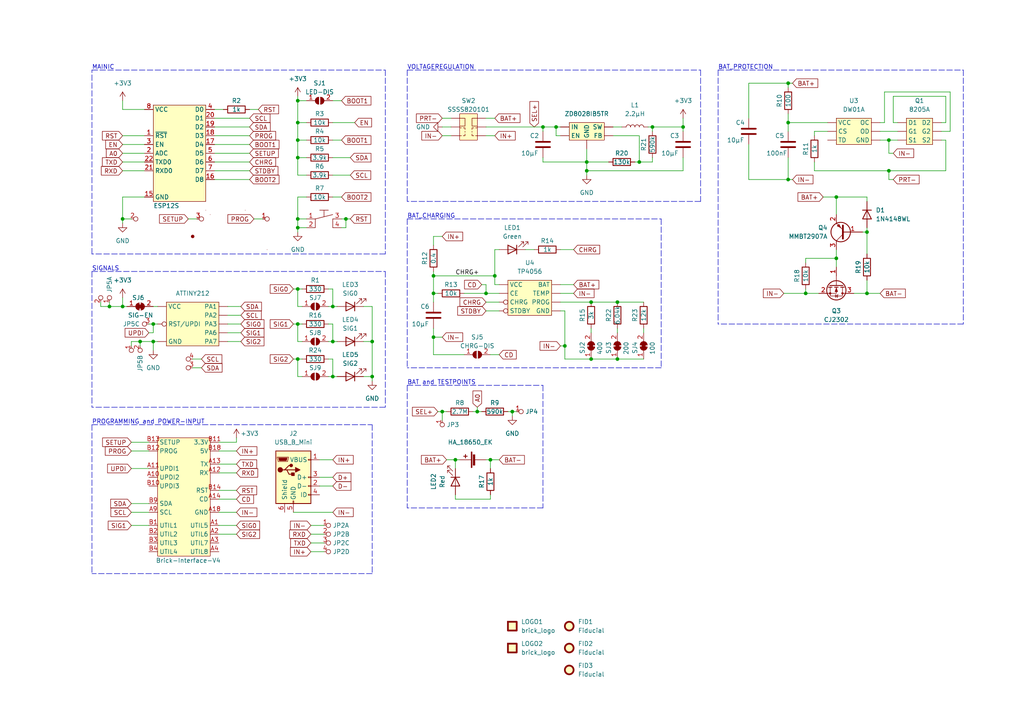
<source format=kicad_sch>
(kicad_sch (version 20211123) (generator eeschema)
  (paper "A4")
  (junction (at 125.73 85.09))
  (junction (at 161.29 36.83))
  (junction (at 100.33 63.5))
  (junction (at 40.64 99.06))
  (junction (at 86.36 45.72))
  (junction (at 86.36 63.5))
  (junction (at 86.36 66.04))
  (junction (at 198.12 36.83))
  (junction (at 242.57 57.15))
  (junction (at 44.45 99.06))
  (junction (at 86.36 104.14))
  (junction (at 228.6 35.56))
  (junction (at 228.6 52.07))
  (junction (at 138.43 119.38))
  (junction (at 142.24 133.35))
  (junction (at 86.36 29.21))
  (junction (at 96.52 88.9))
  (junction (at 86.36 40.64))
  (junction (at 31.75 88.9))
  (junction (at 35.56 63.5))
  (junction (at 86.36 35.56))
  (junction (at 107.95 109.22))
  (junction (at 257.81 49.53))
  (junction (at 125.73 80.01))
  (junction (at 157.48 36.83))
  (junction (at 228.6 24.13))
  (junction (at 170.18 49.53))
  (junction (at 171.45 87.63))
  (junction (at 171.45 104.14))
  (junction (at 251.46 85.09))
  (junction (at 189.23 36.83))
  (junction (at 132.08 133.35))
  (junction (at 233.68 85.09))
  (junction (at 107.95 99.06))
  (junction (at 96.52 109.22))
  (junction (at 44.45 93.98))
  (junction (at 242.57 74.93))
  (junction (at 179.07 87.63))
  (junction (at 170.18 46.99))
  (junction (at 148.59 119.38))
  (junction (at 125.73 97.79))
  (junction (at 251.46 67.31))
  (junction (at 163.83 100.33))
  (junction (at 179.07 104.14))
  (junction (at 35.56 88.9))
  (junction (at 257.81 40.64))
  (junction (at 140.97 85.09))
  (junction (at 128.27 119.38))
  (junction (at 86.36 93.98))
  (junction (at 185.42 46.99))
  (junction (at 96.52 99.06))
  (junction (at 143.51 80.01))
  (junction (at 86.36 83.82))
  (wire (pts (xy 170.18 49.53) (xy 198.12 49.53)))
  (wire (pts (xy 140.97 87.63) (xy 144.78 87.63)))
  (wire (pts (xy 35.56 63.5) (xy 38.1 63.5)))
  (wire (pts (xy 62.23 49.53) (xy 72.39 49.53)))
  (wire (pts (xy 35.56 64.77) (xy 35.56 63.5)))
  (wire (pts (xy 62.23 44.45) (xy 72.39 44.45)))
  (wire (pts (xy 85.09 148.59) (xy 96.52 148.59)))
  (wire (pts (xy 90.17 152.4) (xy 93.98 152.4)))
  (wire (pts (xy 233.68 85.09) (xy 237.49 85.09)))
  (wire (pts (xy 143.51 82.55) (xy 143.51 80.01)))
  (wire (pts (xy 35.56 86.36) (xy 35.56 88.9)))
  (wire (pts (xy 63.5 130.81) (xy 68.58 130.81)))
  (wire (pts (xy 62.23 31.75) (xy 64.77 31.75)))
  (wire (pts (xy 189.23 36.83) (xy 189.23 38.1)))
  (wire (pts (xy 96.52 29.21) (xy 99.06 29.21)))
  (wire (pts (xy 35.56 39.37) (xy 41.91 39.37)))
  (wire (pts (xy 157.48 36.83) (xy 157.48 38.1)))
  (wire (pts (xy 105.41 88.9) (xy 107.95 88.9)))
  (wire (pts (xy 184.15 46.99) (xy 185.42 46.99)))
  (wire (pts (xy 99.06 66.04) (xy 100.33 66.04)))
  (wire (pts (xy 256.54 26.67) (xy 275.59 26.67)))
  (wire (pts (xy 179.07 87.63) (xy 186.69 87.63)))
  (wire (pts (xy 170.18 43.18) (xy 170.18 46.99)))
  (polyline (pts (xy 111.76 73.66) (xy 26.67 73.66)))
  (wire (pts (xy 259.08 52.07) (xy 257.81 52.07)))
  (wire (pts (xy 86.36 29.21) (xy 88.9 29.21)))
  (wire (pts (xy 96.52 109.22) (xy 97.79 109.22)))
  (wire (pts (xy 35.56 29.21) (xy 35.56 31.75)))
  (wire (pts (xy 251.46 67.31) (xy 251.46 66.04)))
  (wire (pts (xy 63.5 137.16) (xy 68.58 137.16)))
  (wire (pts (xy 95.25 88.9) (xy 96.52 88.9)))
  (wire (pts (xy 198.12 38.1) (xy 198.12 36.83)))
  (wire (pts (xy 157.48 46.99) (xy 170.18 46.99)))
  (wire (pts (xy 87.63 109.22) (xy 86.36 109.22)))
  (wire (pts (xy 86.36 35.56) (xy 86.36 29.21)))
  (wire (pts (xy 88.9 35.56) (xy 86.36 35.56)))
  (wire (pts (xy 129.54 133.35) (xy 132.08 133.35)))
  (wire (pts (xy 179.07 104.14) (xy 186.69 104.14)))
  (wire (pts (xy 35.56 49.53) (xy 41.91 49.53)))
  (polyline (pts (xy 118.11 63.5) (xy 191.77 63.5)))
  (wire (pts (xy 72.39 31.75) (xy 74.93 31.75)))
  (wire (pts (xy 85.09 104.14) (xy 86.36 104.14)))
  (wire (pts (xy 163.83 104.14) (xy 171.45 104.14)))
  (wire (pts (xy 85.09 83.82) (xy 86.36 83.82)))
  (wire (pts (xy 107.95 99.06) (xy 107.95 109.22)))
  (wire (pts (xy 88.9 40.64) (xy 86.36 40.64)))
  (wire (pts (xy 125.73 102.87) (xy 125.73 97.79)))
  (wire (pts (xy 217.17 52.07) (xy 228.6 52.07)))
  (wire (pts (xy 88.9 50.8) (xy 86.36 50.8)))
  (wire (pts (xy 227.33 85.09) (xy 233.68 85.09)))
  (wire (pts (xy 62.23 52.07) (xy 72.39 52.07)))
  (wire (pts (xy 161.29 36.83) (xy 162.56 36.83)))
  (wire (pts (xy 236.22 38.1) (xy 236.22 39.37)))
  (wire (pts (xy 35.56 63.5) (xy 35.56 57.15)))
  (wire (pts (xy 29.21 87.63) (xy 29.21 88.9)))
  (wire (pts (xy 92.71 138.43) (xy 96.52 138.43)))
  (wire (pts (xy 96.52 35.56) (xy 102.87 35.56)))
  (wire (pts (xy 86.36 83.82) (xy 87.63 83.82)))
  (wire (pts (xy 162.56 90.17) (xy 163.83 90.17)))
  (wire (pts (xy 100.33 63.5) (xy 101.6 63.5)))
  (wire (pts (xy 125.73 95.25) (xy 125.73 97.79)))
  (wire (pts (xy 95.25 93.98) (xy 96.52 93.98)))
  (wire (pts (xy 255.27 40.64) (xy 257.81 40.64)))
  (wire (pts (xy 90.17 154.94) (xy 93.98 154.94)))
  (wire (pts (xy 163.83 100.33) (xy 163.83 104.14)))
  (wire (pts (xy 251.46 81.28) (xy 251.46 85.09)))
  (polyline (pts (xy 203.2 58.42) (xy 118.11 58.42)))
  (wire (pts (xy 170.18 49.53) (xy 170.18 50.8)))
  (wire (pts (xy 96.52 93.98) (xy 96.52 99.06)))
  (wire (pts (xy 92.71 133.35) (xy 96.52 133.35)))
  (wire (pts (xy 63.5 144.78) (xy 68.58 144.78)))
  (wire (pts (xy 127 119.38) (xy 128.27 119.38)))
  (wire (pts (xy 63.5 148.59) (xy 68.58 148.59)))
  (wire (pts (xy 233.68 74.93) (xy 242.57 74.93)))
  (polyline (pts (xy 208.28 20.32) (xy 208.28 93.98)))
  (wire (pts (xy 86.36 57.15) (xy 86.36 63.5)))
  (wire (pts (xy 41.91 31.75) (xy 35.56 31.75)))
  (wire (pts (xy 95.25 104.14) (xy 96.52 104.14)))
  (wire (pts (xy 162.56 87.63) (xy 171.45 87.63)))
  (polyline (pts (xy 208.28 20.32) (xy 279.4 20.32)))
  (wire (pts (xy 142.24 133.35) (xy 144.78 133.35)))
  (wire (pts (xy 138.43 119.38) (xy 139.7 119.38)))
  (wire (pts (xy 255.27 35.56) (xy 256.54 35.56)))
  (wire (pts (xy 96.52 57.15) (xy 99.06 57.15)))
  (polyline (pts (xy 111.76 78.74) (xy 111.76 118.11)))
  (wire (pts (xy 185.42 46.99) (xy 189.23 46.99)))
  (wire (pts (xy 86.36 50.8) (xy 86.36 45.72)))
  (wire (pts (xy 62.23 41.91) (xy 72.39 41.91)))
  (polyline (pts (xy 111.76 20.32) (xy 111.76 73.66)))
  (wire (pts (xy 35.56 46.99) (xy 41.91 46.99)))
  (wire (pts (xy 140.97 82.55) (xy 140.97 85.09)))
  (wire (pts (xy 144.78 72.39) (xy 143.51 72.39)))
  (wire (pts (xy 139.7 82.55) (xy 140.97 82.55)))
  (wire (pts (xy 86.36 40.64) (xy 86.36 35.56)))
  (wire (pts (xy 90.17 160.02) (xy 93.98 160.02)))
  (wire (pts (xy 251.46 58.42) (xy 251.46 57.15)))
  (wire (pts (xy 35.56 44.45) (xy 41.91 44.45)))
  (wire (pts (xy 38.1 152.4) (xy 43.18 152.4)))
  (polyline (pts (xy 26.67 20.32) (xy 111.76 20.32)))
  (wire (pts (xy 43.18 93.98) (xy 44.45 93.98)))
  (wire (pts (xy 140.97 36.83) (xy 157.48 36.83)))
  (wire (pts (xy 125.73 80.01) (xy 125.73 85.09)))
  (wire (pts (xy 233.68 83.82) (xy 233.68 85.09)))
  (wire (pts (xy 189.23 45.72) (xy 189.23 46.99)))
  (wire (pts (xy 148.59 119.38) (xy 148.59 120.65)))
  (wire (pts (xy 152.4 72.39) (xy 154.94 72.39)))
  (wire (pts (xy 143.51 72.39) (xy 143.51 80.01)))
  (wire (pts (xy 186.69 95.25) (xy 186.69 96.52)))
  (polyline (pts (xy 26.67 78.74) (xy 26.67 118.11)))
  (wire (pts (xy 44.45 101.6) (xy 44.45 99.06)))
  (wire (pts (xy 96.52 104.14) (xy 96.52 109.22)))
  (wire (pts (xy 229.87 24.13) (xy 228.6 24.13)))
  (wire (pts (xy 273.05 38.1) (xy 275.59 38.1)))
  (wire (pts (xy 54.61 63.5) (xy 57.15 63.5)))
  (wire (pts (xy 255.27 38.1) (xy 260.35 38.1)))
  (wire (pts (xy 62.23 39.37) (xy 72.39 39.37)))
  (wire (pts (xy 35.56 88.9) (xy 36.83 88.9)))
  (wire (pts (xy 260.35 35.56) (xy 259.08 35.56)))
  (wire (pts (xy 38.1 148.59) (xy 43.18 148.59)))
  (wire (pts (xy 177.8 39.37) (xy 185.42 39.37)))
  (wire (pts (xy 128.27 34.29) (xy 130.81 34.29)))
  (wire (pts (xy 128.27 36.83) (xy 130.81 36.83)))
  (wire (pts (xy 162.56 39.37) (xy 161.29 39.37)))
  (wire (pts (xy 62.23 34.29) (xy 72.39 34.29)))
  (wire (pts (xy 38.1 135.89) (xy 43.18 135.89)))
  (wire (pts (xy 90.17 157.48) (xy 93.98 157.48)))
  (wire (pts (xy 86.36 63.5) (xy 88.9 63.5)))
  (wire (pts (xy 171.45 95.25) (xy 171.45 96.52)))
  (wire (pts (xy 238.76 57.15) (xy 242.57 57.15)))
  (wire (pts (xy 147.32 119.38) (xy 148.59 119.38)))
  (wire (pts (xy 66.04 96.52) (xy 69.85 96.52)))
  (wire (pts (xy 62.23 46.99) (xy 72.39 46.99)))
  (wire (pts (xy 38.1 100.33) (xy 38.1 99.06)))
  (polyline (pts (xy 191.77 106.68) (xy 118.11 106.68)))
  (wire (pts (xy 96.52 83.82) (xy 96.52 88.9)))
  (wire (pts (xy 95.25 83.82) (xy 96.52 83.82)))
  (wire (pts (xy 242.57 57.15) (xy 251.46 57.15)))
  (wire (pts (xy 140.97 133.35) (xy 142.24 133.35)))
  (polyline (pts (xy 118.11 20.32) (xy 203.2 20.32)))
  (polyline (pts (xy 26.67 78.74) (xy 111.76 78.74)))
  (wire (pts (xy 86.36 66.04) (xy 88.9 66.04)))
  (wire (pts (xy 63.5 154.94) (xy 68.58 154.94)))
  (wire (pts (xy 85.09 93.98) (xy 86.36 93.98)))
  (wire (pts (xy 233.68 76.2) (xy 233.68 74.93)))
  (wire (pts (xy 125.73 78.74) (xy 125.73 80.01)))
  (wire (pts (xy 179.07 95.25) (xy 179.07 96.52)))
  (wire (pts (xy 259.08 27.94) (xy 274.32 27.94)))
  (wire (pts (xy 163.83 90.17) (xy 163.83 100.33)))
  (wire (pts (xy 228.6 52.07) (xy 229.87 52.07)))
  (wire (pts (xy 31.75 87.63) (xy 31.75 88.9)))
  (wire (pts (xy 274.32 49.53) (xy 257.81 49.53)))
  (wire (pts (xy 88.9 45.72) (xy 86.36 45.72)))
  (polyline (pts (xy 157.48 111.76) (xy 157.48 147.32)))
  (wire (pts (xy 274.32 40.64) (xy 274.32 49.53)))
  (wire (pts (xy 107.95 88.9) (xy 107.95 99.06)))
  (wire (pts (xy 96.52 45.72) (xy 101.6 45.72)))
  (wire (pts (xy 189.23 36.83) (xy 198.12 36.83)))
  (wire (pts (xy 29.21 88.9) (xy 31.75 88.9)))
  (wire (pts (xy 198.12 34.29) (xy 198.12 36.83)))
  (wire (pts (xy 259.08 35.56) (xy 259.08 27.94)))
  (wire (pts (xy 143.51 80.01) (xy 125.73 80.01)))
  (wire (pts (xy 44.45 93.98) (xy 45.72 93.98)))
  (wire (pts (xy 128.27 39.37) (xy 130.81 39.37)))
  (wire (pts (xy 242.57 74.93) (xy 242.57 77.47)))
  (wire (pts (xy 162.56 82.55) (xy 166.37 82.55)))
  (wire (pts (xy 162.56 100.33) (xy 163.83 100.33)))
  (wire (pts (xy 127 85.09) (xy 125.73 85.09)))
  (wire (pts (xy 44.45 99.06) (xy 45.72 99.06)))
  (wire (pts (xy 66.04 91.44) (xy 69.85 91.44)))
  (wire (pts (xy 63.5 134.62) (xy 68.58 134.62)))
  (wire (pts (xy 217.17 34.29) (xy 217.17 24.13)))
  (wire (pts (xy 162.56 85.09) (xy 166.37 85.09)))
  (wire (pts (xy 86.36 104.14) (xy 86.36 109.22)))
  (polyline (pts (xy 118.11 63.5) (xy 118.11 106.68)))
  (wire (pts (xy 257.81 40.64) (xy 257.81 44.45)))
  (wire (pts (xy 96.52 50.8) (xy 101.6 50.8)))
  (wire (pts (xy 228.6 45.72) (xy 228.6 52.07)))
  (wire (pts (xy 240.03 38.1) (xy 236.22 38.1)))
  (wire (pts (xy 140.97 34.29) (xy 143.51 34.29)))
  (wire (pts (xy 125.73 97.79) (xy 128.27 97.79)))
  (wire (pts (xy 88.9 57.15) (xy 86.36 57.15)))
  (wire (pts (xy 240.03 35.56) (xy 228.6 35.56)))
  (wire (pts (xy 142.24 102.87) (xy 144.78 102.87)))
  (wire (pts (xy 275.59 38.1) (xy 275.59 26.67)))
  (wire (pts (xy 228.6 35.56) (xy 228.6 38.1)))
  (wire (pts (xy 142.24 144.78) (xy 132.08 144.78)))
  (wire (pts (xy 107.95 109.22) (xy 107.95 110.49)))
  (wire (pts (xy 62.23 36.83) (xy 72.39 36.83)))
  (wire (pts (xy 242.57 57.15) (xy 242.57 62.23)))
  (wire (pts (xy 125.73 68.58) (xy 125.73 71.12)))
  (wire (pts (xy 86.36 29.21) (xy 86.36 27.94)))
  (wire (pts (xy 132.08 143.51) (xy 132.08 144.78)))
  (wire (pts (xy 128.27 68.58) (xy 125.73 68.58)))
  (wire (pts (xy 96.52 88.9) (xy 97.79 88.9)))
  (wire (pts (xy 100.33 63.5) (xy 100.33 66.04)))
  (wire (pts (xy 161.29 36.83) (xy 161.29 39.37)))
  (wire (pts (xy 68.58 127) (xy 68.58 128.27)))
  (wire (pts (xy 92.71 140.97) (xy 96.52 140.97)))
  (polyline (pts (xy 157.48 147.32) (xy 118.11 147.32)))
  (wire (pts (xy 63.5 152.4) (xy 68.58 152.4)))
  (wire (pts (xy 177.8 36.83) (xy 180.34 36.83)))
  (wire (pts (xy 38.1 99.06) (xy 40.64 99.06)))
  (wire (pts (xy 86.36 104.14) (xy 87.63 104.14)))
  (wire (pts (xy 125.73 85.09) (xy 125.73 87.63)))
  (wire (pts (xy 66.04 99.06) (xy 69.85 99.06)))
  (wire (pts (xy 217.17 24.13) (xy 228.6 24.13)))
  (wire (pts (xy 157.48 36.83) (xy 161.29 36.83)))
  (wire (pts (xy 144.78 82.55) (xy 143.51 82.55)))
  (polyline (pts (xy 118.11 111.76) (xy 157.48 111.76)))
  (wire (pts (xy 132.08 133.35) (xy 133.35 133.35)))
  (wire (pts (xy 148.59 119.38) (xy 149.86 119.38)))
  (wire (pts (xy 171.45 87.63) (xy 179.07 87.63)))
  (wire (pts (xy 140.97 90.17) (xy 144.78 90.17)))
  (wire (pts (xy 35.56 41.91) (xy 41.91 41.91)))
  (wire (pts (xy 55.88 104.14) (xy 58.42 104.14)))
  (wire (pts (xy 236.22 46.99) (xy 236.22 49.53)))
  (wire (pts (xy 99.06 63.5) (xy 100.33 63.5)))
  (wire (pts (xy 128.27 119.38) (xy 128.27 121.92)))
  (wire (pts (xy 63.5 142.24) (xy 68.58 142.24)))
  (polyline (pts (xy 279.4 93.98) (xy 208.28 93.98)))
  (wire (pts (xy 257.81 40.64) (xy 260.35 40.64)))
  (wire (pts (xy 44.45 88.9) (xy 45.72 88.9)))
  (wire (pts (xy 170.18 46.99) (xy 170.18 49.53)))
  (wire (pts (xy 86.36 45.72) (xy 86.36 40.64)))
  (wire (pts (xy 40.64 99.06) (xy 40.64 100.33)))
  (wire (pts (xy 242.57 72.39) (xy 242.57 74.93)))
  (wire (pts (xy 38.1 130.81) (xy 43.18 130.81)))
  (wire (pts (xy 251.46 85.09) (xy 255.27 85.09)))
  (wire (pts (xy 95.25 99.06) (xy 96.52 99.06)))
  (wire (pts (xy 273.05 40.64) (xy 274.32 40.64)))
  (wire (pts (xy 38.1 128.27) (xy 43.18 128.27)))
  (wire (pts (xy 198.12 45.72) (xy 198.12 49.53)))
  (wire (pts (xy 86.36 93.98) (xy 87.63 93.98)))
  (wire (pts (xy 86.36 63.5) (xy 86.36 66.04)))
  (wire (pts (xy 187.96 36.83) (xy 189.23 36.83)))
  (wire (pts (xy 228.6 35.56) (xy 228.6 33.02)))
  (wire (pts (xy 86.36 66.04) (xy 86.36 67.31)))
  (wire (pts (xy 55.88 106.68) (xy 58.42 106.68)))
  (polyline (pts (xy 26.67 73.66) (xy 26.67 20.32)))
  (wire (pts (xy 96.52 99.06) (xy 97.79 99.06)))
  (wire (pts (xy 38.1 146.05) (xy 43.18 146.05)))
  (wire (pts (xy 63.5 128.27) (xy 68.58 128.27)))
  (polyline (pts (xy 118.11 20.32) (xy 118.11 58.42)))
  (polyline (pts (xy 118.11 111.76) (xy 118.11 147.32)))
  (wire (pts (xy 256.54 26.67) (xy 256.54 35.56)))
  (wire (pts (xy 142.24 133.35) (xy 142.24 135.89)))
  (wire (pts (xy 86.36 93.98) (xy 86.36 99.06)))
  (wire (pts (xy 138.43 118.11) (xy 138.43 119.38)))
  (wire (pts (xy 31.75 88.9) (xy 35.56 88.9)))
  (polyline (pts (xy 107.95 123.19) (xy 107.95 166.37)))
  (wire (pts (xy 257.81 49.53) (xy 236.22 49.53)))
  (polyline (pts (xy 26.67 123.19) (xy 107.95 123.19)))
  (wire (pts (xy 217.17 41.91) (xy 217.17 52.07)))
  (wire (pts (xy 134.62 85.09) (xy 140.97 85.09)))
  (wire (pts (xy 185.42 39.37) (xy 185.42 46.99)))
  (wire (pts (xy 274.32 27.94) (xy 274.32 35.56)))
  (wire (pts (xy 162.56 72.39) (xy 166.37 72.39)))
  (wire (pts (xy 157.48 45.72) (xy 157.48 46.99)))
  (wire (pts (xy 228.6 24.13) (xy 228.6 25.4)))
  (wire (pts (xy 95.25 109.22) (xy 96.52 109.22)))
  (polyline (pts (xy 191.77 63.5) (xy 191.77 106.68)))
  (wire (pts (xy 251.46 67.31) (xy 251.46 73.66)))
  (wire (pts (xy 96.52 40.64) (xy 99.06 40.64)))
  (wire (pts (xy 87.63 99.06) (xy 86.36 99.06)))
  (wire (pts (xy 273.05 35.56) (xy 274.32 35.56)))
  (polyline (pts (xy 107.95 166.37) (xy 26.67 166.37)))
  (wire (pts (xy 35.56 57.15) (xy 41.91 57.15)))
  (wire (pts (xy 140.97 39.37) (xy 143.51 39.37)))
  (wire (pts (xy 105.41 109.22) (xy 107.95 109.22)))
  (wire (pts (xy 137.16 119.38) (xy 138.43 119.38)))
  (wire (pts (xy 43.18 96.52) (xy 44.45 96.52)))
  (wire (pts (xy 250.19 67.31) (xy 251.46 67.31)))
  (polyline (pts (xy 111.76 118.11) (xy 26.67 118.11)))
  (polyline (pts (xy 203.2 20.32) (xy 203.2 58.42)))
  (wire (pts (xy 128.27 119.38) (xy 129.54 119.38)))
  (wire (pts (xy 86.36 83.82) (xy 86.36 88.9)))
  (wire (pts (xy 132.08 133.35) (xy 132.08 135.89)))
  (wire (pts (xy 66.04 88.9) (xy 69.85 88.9)))
  (wire (pts (xy 125.73 102.87) (xy 134.62 102.87)))
  (wire (pts (xy 257.81 49.53) (xy 257.81 52.07)))
  (wire (pts (xy 66.04 93.98) (xy 69.85 93.98)))
  (wire (pts (xy 87.63 88.9) (xy 86.36 88.9)))
  (wire (pts (xy 259.08 44.45) (xy 257.81 44.45)))
  (polyline (pts (xy 26.67 123.19) (xy 26.67 166.37)))
  (wire (pts (xy 140.97 85.09) (xy 144.78 85.09)))
  (wire (pts (xy 171.45 104.14) (xy 179.07 104.14)))
  (wire (pts (xy 105.41 99.06) (xy 107.95 99.06)))
  (wire (pts (xy 73.66 63.5) (xy 76.2 63.5)))
  (wire (pts (xy 247.65 85.09) (xy 251.46 85.09)))
  (wire (pts (xy 44.45 93.98) (xy 44.45 96.52)))
  (wire (pts (xy 170.18 46.99) (xy 176.53 46.99)))
  (wire (pts (xy 40.64 99.06) (xy 44.45 99.06)))
  (wire (pts (xy 142.24 143.51) (xy 142.24 144.78)))
  (polyline (pts (xy 279.4 20.32) (xy 279.4 93.98)))
  (text "MAINIC" (at 26.67 20.32 0) (effects (font (size 1.27 1.27)) (justify left bottom)))
  (text "BAT_CHARGING" (at 118.11 63.5 0) (effects (font (size 1.27 1.27)) (justify left bottom)))
  (text "BAT and TESTPOINTS" (at 118.11 111.76 0) (effects (font (size 1.27 1.27)) (justify left bottom)))
  (text "SIGNALS" (at 26.67 78.74 0) (effects (font (size 1.27 1.27)) (justify left bottom)))
  (text "VOLTAGEREGULATION" (at 118.11 20.32 0) (effects (font (size 1.27 1.27)) (justify left bottom)))
  (text "BAT_PROTECTION" (at 208.28 20.32 0) (effects (font (size 1.27 1.27)) (justify left bottom)))
  (text "PROGRAMMING and POWER-INPUT" (at 26.67 123.19 0) (effects (font (size 1.27 1.27)) (justify left bottom)))
  (label "CHRG+" (at 132.08 80.01 0))
  (global_label "PROG" (shape input) (at 72.39 39.37 0) (property "Referenzen zwischen Schaltplänen" "${INTERSHEET_REFS}" (effects hide)))
  (global_label "SETUP" (shape input) (at 54.61 63.5 180) (property "Referenzen zwischen Schaltplänen" "${INTERSHEET_REFS}" (effects hide)))
  (global_label "SCL" (shape input) (at 58.42 104.14 0) (property "Referenzen zwischen Schaltplänen" "${INTERSHEET_REFS}" (effects hide)))
  (global_label "CD" (shape input) (at 144.78 102.87 0) (property "Referenzen zwischen Schaltplänen" "${INTERSHEET_REFS}" (effects hide)))
  (global_label "SETUP" (shape input) (at 72.39 44.45 0) (property "Referenzen zwischen Schaltplänen" "${INTERSHEET_REFS}" (effects hide)))
  (global_label "SIG0" (shape input) (at 69.85 93.98 0) (property "Referenzen zwischen Schaltplänen" "${INTERSHEET_REFS}" (effects hide)))
  (global_label "CHRG" (shape input) (at 140.97 87.63 180) (property "Referenzen zwischen Schaltplänen" "${INTERSHEET_REFS}" (effects hide)))
  (global_label "SIG1" (shape input) (at 69.85 96.52 0) (property "Referenzen zwischen Schaltplänen" "${INTERSHEET_REFS}" (effects hide)))
  (global_label "SDA" (shape input) (at 101.6 45.72 0) (property "Referenzen zwischen Schaltplänen" "${INTERSHEET_REFS}" (effects hide)))
  (global_label "PRT-" (shape input) (at 128.27 34.29 180) (property "Referenzen zwischen Schaltplänen" "${INTERSHEET_REFS}" (effects hide)))
  (global_label "D-" (shape input) (at 96.52 140.97 0) (property "Referenzen zwischen Schaltplänen" "${INTERSHEET_REFS}" (effects hide)))
  (global_label "STDBY" (shape input) (at 140.97 90.17 180) (property "Referenzen zwischen Schaltplänen" "${INTERSHEET_REFS}" (effects hide)))
  (global_label "IN-" (shape input) (at 227.33 85.09 180) (property "Referenzen zwischen Schaltplänen" "${INTERSHEET_REFS}" (effects hide)))
  (global_label "RST" (shape input) (at 35.56 39.37 180) (property "Referenzen zwischen Schaltplänen" "${INTERSHEET_REFS}" (effects hide)))
  (global_label "BAT+" (shape input) (at 143.51 34.29 0) (property "Referenzen zwischen Schaltplänen" "${INTERSHEET_REFS}" (effects hide)))
  (global_label "SCL" (shape input) (at 101.6 50.8 0) (property "Referenzen zwischen Schaltplänen" "${INTERSHEET_REFS}" (effects hide)))
  (global_label "SCL" (shape input) (at 72.39 34.29 0) (property "Referenzen zwischen Schaltplänen" "${INTERSHEET_REFS}" (effects hide)))
  (global_label "SDA" (shape input) (at 58.42 106.68 0) (property "Referenzen zwischen Schaltplänen" "${INTERSHEET_REFS}" (effects hide)))
  (global_label "CD" (shape input) (at 68.58 144.78 0) (property "Referenzen zwischen Schaltplänen" "${INTERSHEET_REFS}" (effects hide)))
  (global_label "BOOT1" (shape input) (at 99.06 29.21 0) (property "Referenzen zwischen Schaltplänen" "${INTERSHEET_REFS}" (effects hide)))
  (global_label "RST" (shape input) (at 74.93 31.75 0) (property "Referenzen zwischen Schaltplänen" "${INTERSHEET_REFS}" (effects hide)))
  (global_label "SDA" (shape input) (at 69.85 88.9 0) (property "Referenzen zwischen Schaltplänen" "${INTERSHEET_REFS}" (effects hide)))
  (global_label "SIG1" (shape input) (at 85.09 93.98 180) (property "Referenzen zwischen Schaltplänen" "${INTERSHEET_REFS}" (effects hide)))
  (global_label "BAT+" (shape input) (at 129.54 133.35 180) (property "Referenzen zwischen Schaltplänen" "${INTERSHEET_REFS}" (effects hide)))
  (global_label "D+" (shape input) (at 96.52 138.43 0) (property "Referenzen zwischen Schaltplänen" "${INTERSHEET_REFS}" (effects hide)))
  (global_label "IN+" (shape input) (at 128.27 68.58 0) (property "Referenzen zwischen Schaltplänen" "${INTERSHEET_REFS}" (effects hide)))
  (global_label "EN" (shape input) (at 102.87 35.56 0) (property "Referenzen zwischen Schaltplänen" "${INTERSHEET_REFS}" (effects hide)))
  (global_label "RST" (shape input) (at 101.6 63.5 0) (property "Referenzen zwischen Schaltplänen" "${INTERSHEET_REFS}" (effects hide)))
  (global_label "IN-" (shape input) (at 96.52 148.59 0) (property "Referenzen zwischen Schaltplänen" "${INTERSHEET_REFS}" (effects hide)))
  (global_label "SIG0" (shape input) (at 68.58 152.4 0) (property "Referenzen zwischen Schaltplänen" "${INTERSHEET_REFS}" (effects hide)))
  (global_label "A0" (shape input) (at 138.43 118.11 90) (property "Referenzen zwischen Schaltplänen" "${INTERSHEET_REFS}" (effects hide)))
  (global_label "TXD" (shape input) (at 35.56 46.99 180) (property "Referenzen zwischen Schaltplänen" "${INTERSHEET_REFS}" (effects hide)))
  (global_label "PROG" (shape input) (at 38.1 130.81 180) (property "Referenzen zwischen Schaltplänen" "${INTERSHEET_REFS}" (effects hide)))
  (global_label "BOOT2" (shape input) (at 72.39 52.07 0) (property "Referenzen zwischen Schaltplänen" "${INTERSHEET_REFS}" (effects hide)))
  (global_label "BOOT1" (shape input) (at 99.06 40.64 0) (property "Referenzen zwischen Schaltplänen" "${INTERSHEET_REFS}" (effects hide)))
  (global_label "IN-" (shape input) (at 162.56 100.33 180) (property "Referenzen zwischen Schaltplänen" "${INTERSHEET_REFS}" (effects hide)))
  (global_label "SEL+" (shape input) (at 154.94 36.83 90) (property "Referenzen zwischen Schaltplänen" "${INTERSHEET_REFS}" (effects hide)))
  (global_label "IN+" (shape input) (at 96.52 133.35 0) (property "Referenzen zwischen Schaltplänen" "${INTERSHEET_REFS}" (effects hide)))
  (global_label "TXD" (shape input) (at 68.58 134.62 0) (property "Referenzen zwischen Schaltplänen" "${INTERSHEET_REFS}" (effects hide)))
  (global_label "SIG1" (shape input) (at 38.1 152.4 180) (property "Referenzen zwischen Schaltplänen" "${INTERSHEET_REFS}" (effects hide)))
  (global_label "BAT+" (shape input) (at 238.76 57.15 180) (property "Referenzen zwischen Schaltplänen" "${INTERSHEET_REFS}" (effects hide)))
  (global_label "BAT-" (shape input) (at 255.27 85.09 0) (property "Referenzen zwischen Schaltplänen" "${INTERSHEET_REFS}" (effects hide)))
  (global_label "SEL+" (shape input) (at 127 119.38 180) (property "Referenzen zwischen Schaltplänen" "${INTERSHEET_REFS}" (effects hide)))
  (global_label "A0" (shape input) (at 35.56 44.45 180) (property "Referenzen zwischen Schaltplänen" "${INTERSHEET_REFS}" (effects hide)))
  (global_label "IN+" (shape input) (at 143.51 39.37 0) (property "Referenzen zwischen Schaltplänen" "${INTERSHEET_REFS}" (effects hide)))
  (global_label "RXD" (shape input) (at 35.56 49.53 180) (property "Referenzen zwischen Schaltplänen" "${INTERSHEET_REFS}" (effects hide)))
  (global_label "SIG0" (shape input) (at 85.09 83.82 180) (property "Referenzen zwischen Schaltplänen" "${INTERSHEET_REFS}" (effects hide)))
  (global_label "IN-" (shape input) (at 68.58 148.59 0) (property "Referenzen zwischen Schaltplänen" "${INTERSHEET_REFS}" (effects hide)))
  (global_label "BAT+" (shape input) (at 229.87 24.13 0) (property "Referenzen zwischen Schaltplänen" "${INTERSHEET_REFS}" (effects hide)))
  (global_label "IN-" (shape input) (at 90.17 152.4 180) (property "Referenzen zwischen Schaltplänen" "${INTERSHEET_REFS}" (effects hide)))
  (global_label "IN+" (shape input) (at 68.58 130.81 0) (property "Referenzen zwischen Schaltplänen" "${INTERSHEET_REFS}" (effects hide)))
  (global_label "IN-" (shape input) (at 229.87 52.07 0) (property "Referenzen zwischen Schaltplänen" "${INTERSHEET_REFS}" (effects hide)))
  (global_label "PROG" (shape input) (at 73.66 63.5 180) (property "Referenzen zwischen Schaltplänen" "${INTERSHEET_REFS}" (effects hide)))
  (global_label "RXD" (shape input) (at 68.58 137.16 0) (property "Referenzen zwischen Schaltplänen" "${INTERSHEET_REFS}" (effects hide)))
  (global_label "BAT-" (shape input) (at 144.78 133.35 0) (property "Referenzen zwischen Schaltplänen" "${INTERSHEET_REFS}" (effects hide)))
  (global_label "SETUP" (shape input) (at 38.1 128.27 180) (property "Referenzen zwischen Schaltplänen" "${INTERSHEET_REFS}" (effects hide)))
  (global_label "IN-" (shape input) (at 128.27 39.37 180) (property "Referenzen zwischen Schaltplänen" "${INTERSHEET_REFS}" (effects hide)))
  (global_label "IN-" (shape input) (at 166.37 85.09 0) (property "Referenzen zwischen Schaltplänen" "${INTERSHEET_REFS}" (effects hide)))
  (global_label "UPDI" (shape input) (at 38.1 135.89 180) (property "Referenzen zwischen Schaltplänen" "${INTERSHEET_REFS}" (effects hide)))
  (global_label "CHRG" (shape input) (at 166.37 72.39 0) (property "Referenzen zwischen Schaltplänen" "${INTERSHEET_REFS}" (effects hide)))
  (global_label "CHRG" (shape input) (at 72.39 46.99 0) (property "Referenzen zwischen Schaltplänen" "${INTERSHEET_REFS}" (effects hide)))
  (global_label "EN" (shape input) (at 35.56 41.91 180) (property "Referenzen zwischen Schaltplänen" "${INTERSHEET_REFS}" (effects hide)))
  (global_label "CD" (shape input) (at 139.7 82.55 180) (property "Referenzen zwischen Schaltplänen" "${INTERSHEET_REFS}" (effects hide)))
  (global_label "SDA" (shape input) (at 38.1 146.05 180) (property "Referenzen zwischen Schaltplänen" "${INTERSHEET_REFS}" (effects hide)))
  (global_label "BOOT1" (shape input) (at 72.39 41.91 0) (property "Referenzen zwischen Schaltplänen" "${INTERSHEET_REFS}" (effects hide)))
  (global_label "PRT-" (shape input) (at 259.08 52.07 0) (property "Referenzen zwischen Schaltplänen" "${INTERSHEET_REFS}" (effects hide)))
  (global_label "RST" (shape input) (at 68.58 142.24 0) (property "Referenzen zwischen Schaltplänen" "${INTERSHEET_REFS}" (effects hide)))
  (global_label "IN+" (shape input) (at 90.17 160.02 180) (property "Referenzen zwischen Schaltplänen" "${INTERSHEET_REFS}" (effects hide)))
  (global_label "UPDI" (shape input) (at 43.18 96.52 180) (property "Referenzen zwischen Schaltplänen" "${INTERSHEET_REFS}" (effects hide)))
  (global_label "SCL" (shape input) (at 69.85 91.44 0) (property "Referenzen zwischen Schaltplänen" "${INTERSHEET_REFS}" (effects hide)))
  (global_label "IN-" (shape input) (at 128.27 97.79 0) (property "Referenzen zwischen Schaltplänen" "${INTERSHEET_REFS}" (effects hide)))
  (global_label "IN-" (shape input) (at 259.08 44.45 0) (property "Referenzen zwischen Schaltplänen" "${INTERSHEET_REFS}" (effects hide)))
  (global_label "RXD" (shape input) (at 90.17 154.94 180) (property "Referenzen zwischen Schaltplänen" "${INTERSHEET_REFS}" (effects hide)))
  (global_label "SIG2" (shape input) (at 85.09 104.14 180) (property "Referenzen zwischen Schaltplänen" "${INTERSHEET_REFS}" (effects hide)))
  (global_label "SIG2" (shape input) (at 69.85 99.06 0) (property "Referenzen zwischen Schaltplänen" "${INTERSHEET_REFS}" (effects hide)))
  (global_label "BAT+" (shape input) (at 166.37 82.55 0) (property "Referenzen zwischen Schaltplänen" "${INTERSHEET_REFS}" (effects hide)))
  (global_label "TXD" (shape input) (at 90.17 157.48 180) (property "Referenzen zwischen Schaltplänen" "${INTERSHEET_REFS}" (effects hide)))
  (global_label "SIG2" (shape input) (at 68.58 154.94 0) (property "Referenzen zwischen Schaltplänen" "${INTERSHEET_REFS}" (effects hide)))
  (global_label "STDBY" (shape input) (at 72.39 49.53 0) (property "Referenzen zwischen Schaltplänen" "${INTERSHEET_REFS}" (effects hide)))
  (global_label "SDA" (shape input) (at 72.39 36.83 0) (property "Referenzen zwischen Schaltplänen" "${INTERSHEET_REFS}" (effects hide)))
  (global_label "BOOT2" (shape input) (at 99.06 57.15 0) (property "Referenzen zwischen Schaltplänen" "${INTERSHEET_REFS}" (effects hide)))
  (global_label "SCL" (shape input) (at 38.1 148.59 180) (property "Referenzen zwischen Schaltplänen" "${INTERSHEET_REFS}" (effects hide)))
  (symbol (lib_id "Device:R") (at 125.73 74.93 180) (unit 1)
    (property "Reference" "R12" (at 123.19 74.93 90))
    (property "Value" "0.4" (at 125.73 74.93 90))
    (property "Footprint" "no_common:R_0805_2012Metric" (effects hide))
    (property "Storage" "MAG1" (effects hide))
  )
  (symbol (lib_id "Jumper:SolderJumper_2_Bridged") (at 179.07 100.33 90) (unit 1)
    (property "Reference" "SJ3" (at 176.53 99.06 0) (effects (justify right)))
    (property "Value" "200" (at 181.61 99.06 0) (effects (justify right)))
    (property "Footprint" "Jumper:SolderJumper-2_P1.3mm_Bridged_RoundedPad1.0x1.5mm" (effects hide))
    (property "Reference" "SJ3" (effects hide))
    (property "Value" "200" (effects hide))
    (property "DNP" "true" (effects hide))
  )
  (symbol (lib_id "no_pinhd:PINHD_1X01") (at 128.27 123.19 270) (unit 1)
    (property "Reference" "JP3" (at 129.54 123.1899 90) (effects (justify left)))
    (property "Value" "PINHD_1X01" (effects hide))
    (property "Footprint" "no_pinhd:PINHD_1X01_2.54_1mm_Square" (effects hide))
    (property "Desc" "TPB+" (effects hide))
    (property "Reference" "JP3" (effects hide))
    (property "Value" "PINHD_1X01" (effects hide))
    (property "DNP" "true" (effects hide))
  )
  (symbol (lib_id "Device:R") (at 92.71 35.56 90) (unit 1)
    (property "Reference" "R3" (at 92.71 33.02 90))
    (property "Value" "10k" (at 92.71 35.56 90))
    (property "Footprint" "no_common:R_0805_2012Metric" (effects hide))
    (property "Storage" "MAG2" (effects hide))
  )
  (symbol (lib_id "power:+3V3") (at 35.56 29.21 0) (unit 1)
    (property "Reference" "#PWR04" (effects hide))
    (property "Value" "+3V3" (at 35.56 24.13 0))
  )
  (symbol (lib_id "Jumper:SolderJumper_2_Open") (at 92.71 29.21 0) (unit 1)
    (property "Reference" "SJ1" (at 92.71 24.13 0))
    (property "Value" "LED-DIS" (at 92.71 26.67 0))
    (property "Footprint" "Jumper:SolderJumper-2_P1.3mm_Open_RoundedPad1.0x1.5mm" (effects hide))
    (property "Reference" "SJ1" (effects hide))
    (property "Value" "LED-DIS" (effects hide))
    (property "DNP" "true" (effects hide))
  )
  (symbol (lib_id "power:GND") (at 44.45 101.6 0) (unit 1)
    (property "Reference" "#PWR09" (effects hide))
    (property "Value" "GND" (at 44.45 106.68 0))
  )
  (symbol (lib_id "no_pinhd:PINHD_1X04") (at 95.25 160.02 0) (unit 4)
    (property "Reference" "JP2" (at 96.52 160.0199 0) (effects (justify left)))
    (property "Value" "PINHD_1X04" (effects hide))
    (property "Footprint" "no_pinhd:PINHD_1X04_2.54_1mm_Round" (effects hide))
    (property "Desc" "UART" (effects hide))
    (property "Reference" "JP2" (effects hide))
    (property "Value" "PINHD_1X04" (effects hide))
    (property "DNP" "true" (effects hide))
  )
  (symbol (lib_id "Device:R") (at 92.71 45.72 90) (unit 1)
    (property "Reference" "R5" (at 92.71 43.18 90))
    (property "Value" "3.9k" (at 92.71 45.72 90))
    (property "Footprint" "no_common:R_0805_2012Metric" (effects hide))
    (property "Storage" "MAG1" (effects hide))
  )
  (symbol (lib_id "no_common:8205A") (at 266.7 38.1 0) (unit 1)
    (property "Reference" "Q1" (at 266.7 29.21 0))
    (property "Value" "8205A" (at 266.7 31.75 0))
    (property "Footprint" "no_common:TSSOP8_MS" (effects hide))
    (property "Storage" "MAG5" (effects hide))
    (property "StorageDesc" "8205A" (effects hide))
  )
  (symbol (lib_id "power:+3V3") (at 35.56 86.36 0) (unit 1)
    (property "Reference" "#PWR08" (effects hide))
    (property "Value" "+3V3" (at 35.56 81.28 0))
  )
  (symbol (lib_id "no_expressif:ESP12S") (at 52.07 44.45 0) (unit 1)
    (property "Reference" "IC1" (at 45.72 29.21 0))
    (property "Value" "ESP12S" (at 48.26 59.69 0))
    (property "Footprint" "no_expressif:ESP12S" (effects hide))
    (property "Reference" "IC1" (effects hide))
    (property "Value" "ESP12S" (effects hide))
    (property "Storage" "SK1 3x5" (effects hide))
    (property "StorageDesc" "ESP12-F" (effects hide))
  )
  (symbol (lib_id "Jumper:SolderJumper_2_Bridged") (at 186.69 100.33 90) (unit 1)
    (property "Reference" "SJ4" (at 184.15 99.06 0) (effects (justify right)))
    (property "Value" "100" (at 189.23 99.06 0) (effects (justify right)))
    (property "Footprint" "Jumper:SolderJumper-2_P1.3mm_Bridged_RoundedPad1.0x1.5mm" (effects hide))
    (property "Reference" "SJ4" (effects hide))
    (property "Value" "100" (effects hide))
    (property "DNP" "true" (effects hide))
  )
  (symbol (lib_id "no_brick_interface:Brick-Interface-V4") (at 53.34 144.78 0) (unit 1)
    (property "Reference" "J1" (at 46.99 125.73 0))
    (property "Value" "Brick-Interface-V4" (at 54.61 162.56 0))
    (property "Footprint" "no_brick_interface:Brick_Interface_V4_inset" (effects hide))
    (property "Reference" "J1" (effects hide))
    (property "Value" "Brick-Interface-V4" (effects hide))
    (property "DNP" "true" (effects hide))
  )
  (symbol (lib_id "power:+3V3") (at 198.12 34.29 0) (unit 1)
    (property "Reference" "#PWR0105" (effects hide))
    (property "Value" "+3V3" (at 198.12 29.21 0))
  )
  (symbol (lib_id "Connector:USB_B_Mini") (at 85.09 138.43 0) (unit 1)
    (property "Reference" "J2" (at 85.09 125.73 0))
    (property "Value" "USB_B_Mini" (at 85.09 128.27 0))
    (property "Footprint" "Connector_USB:USB_Micro-B_Amphenol_10118194_Horizontal" (effects hide))
    (property "Storage" "SK2 1x3" (effects hide))
    (property "StorageDesc" "MicroUSB TypeB" (effects hide))
  )
  (symbol (lib_id "Device:R") (at 130.81 85.09 90) (unit 1)
    (property "Reference" "R13" (at 130.81 82.55 90))
    (property "Value" "10k" (at 130.81 85.09 90))
    (property "Footprint" "no_common:R_0805_2012Metric" (effects hide))
    (property "Storage" "MAG2" (effects hide))
  )
  (symbol (lib_id "Mechanical:Fiducial") (at 165.1 181.61 0) (unit 1)
    (property "Reference" "FID1" (at 167.64 180.3399 0) (effects (justify left)))
    (property "Value" "Fiducial" (at 167.64 182.8799 0) (effects (justify left)))
    (property "Footprint" "Fiducial:Fiducial_1mm_Mask2mm" (effects hide))
    (property "DNP" "true" (effects hide))
  )
  (symbol (lib_id "Jumper:SolderJumper_2_Open") (at 91.44 88.9 0) (unit 1)
    (property "Reference" "SJ7" (at 91.44 86.36 0))
    (property "Value" "RDIS-SIG0" (effects hide))
    (property "Footprint" "Jumper:SolderJumper-2_P1.3mm_Open_RoundedPad1.0x1.5mm" (effects hide))
    (property "DNP" "true" (effects hide))
  )
  (symbol (lib_id "Jumper:SolderJumper_2_Bridged") (at 40.64 88.9 0) (unit 1)
    (property "Reference" "SJ6" (at 41.91 86.36 0) (effects (justify right)))
    (property "Value" "SIG-EN" (at 44.45 91.44 0) (effects (justify right)))
    (property "Footprint" "Jumper:SolderJumper-2_P1.3mm_Bridged_RoundedPad1.0x1.5mm" (effects hide))
    (property "DNP" "true" (effects hide))
  )
  (symbol (lib_id "power:GND") (at 170.18 50.8 0) (unit 1)
    (property "Reference" "#PWR0104" (effects hide))
    (property "Value" "GND" (at 170.18 55.88 0))
  )
  (symbol (lib_id "Device:LED") (at 101.6 99.06 180) (unit 1)
    (property "Reference" "LED4" (at 101.6 92.71 0))
    (property "Value" "SIG1" (at 101.6 95.25 0))
    (property "Footprint" "LED_THT:LED_D5.0mm" (effects hide))
    (property "DNP" "true" (effects hide))
  )
  (symbol (lib_id "Device:R") (at 236.22 43.18 180) (unit 1)
    (property "Reference" "R11" (at 233.68 43.18 90))
    (property "Value" "1k" (at 236.22 43.18 90))
    (property "Footprint" "no_common:R_0805_2012Metric" (effects hide))
    (property "Storage" "MAG1" (effects hide))
  )
  (symbol (lib_id "no_common:HA_18650_EK") (at 138.43 133.35 90) (unit 1)
    (property "Reference" "BT1" (at 136.398 125.73 90))
    (property "Value" "HA_18650_EK" (at 136.398 128.27 90))
    (property "Footprint" "no_common:HA_18650_EK" (effects hide))
    (property "Reference" "BT1" (effects hide))
    (property "Value" "HA_18650_EK" (effects hide))
    (property "Storage" "SK2 1x2" (effects hide))
    (property "StorageDesc" "HA 18650 EK" (effects hide))
  )
  (symbol (lib_id "no_pinhd:PINHD_1X04") (at 54.61 106.68 180) (unit 3)
    (property "Reference" "JP6" (at 50.8 106.68 0))
    (property "Value" "PINHD_1X04" (effects hide))
    (property "Footprint" "no_pinhd:PINHD_1X04_2.54_1mm_Round" (effects hide))
    (property "Reference" "JP6" (effects hide))
    (property "Value" "PINHD_1X04" (effects hide))
    (property "Desc" "RHT-ALT" (effects hide))
    (property "DNP" "true" (effects hide))
  )
  (symbol (lib_id "no_pinhd:PINHD_1X03") (at 41.91 93.98 180) (unit 3)
    (property "Reference" "JP5" (at 38.1 93.98 0))
    (property "Value" "PINHD_1X03" (effects hide))
    (property "Footprint" "no_pinhd:PINHD_1X03_2.54_1mm_Round" (effects hide))
    (property "Desc" "UPDI1" (effects hide))
    (property "Reference" "JP5" (effects hide))
    (property "Value" "PINHD_1X03" (effects hide))
    (property "DNP" "true" (effects hide))
  )
  (symbol (lib_id "Device:C") (at 198.12 41.91 0) (unit 1)
    (property "Reference" "C3" (at 194.31 39.37 0) (effects (justify left)))
    (property "Value" "10µF" (at 191.77 44.45 0) (effects (justify left)))
    (property "Footprint" "no_common:C_0805_2012Metric" (effects hide))
    (property "Reference" "C3" (effects hide))
    (property "Value" "10µF" (effects hide))
    (property "Storage" "MAG4" (effects hide))
  )
  (symbol (lib_id "no_brick_logo:brick_logo") (at 148.59 187.96 0) (unit 1)
    (property "Reference" "LOGO2" (at 151.13 186.6899 0) (effects (justify left)))
    (property "Value" "brick_logo" (at 151.13 189.2299 0) (effects (justify left)))
    (property "Footprint" "no_brick_logo:x17mm" (effects hide))
    (property "DNP" "true" (effects hide))
  )
  (symbol (lib_id "Device:C") (at 125.73 91.44 0) (unit 1)
    (property "Reference" "C6" (at 121.92 88.9 0) (effects (justify left)))
    (property "Value" "10µF" (at 119.38 93.98 0) (effects (justify left)))
    (property "Footprint" "no_common:C_0805_2012Metric" (effects hide))
    (property "Reference" "C6" (effects hide))
    (property "Value" "10µF" (effects hide))
    (property "Storage" "MAG4" (effects hide))
  )
  (symbol (lib_id "Device:R") (at 142.24 139.7 180) (unit 1)
    (property "Reference" "R17" (at 139.7 139.7 90))
    (property "Value" "1k" (at 142.24 139.7 90))
    (property "Footprint" "no_common:R_0805_2012Metric" (effects hide))
    (property "Storage" "MAG1" (effects hide))
  )
  (symbol (lib_id "power:GND") (at 148.59 120.65 0) (unit 1)
    (property "Reference" "#PWR03" (effects hide))
    (property "Value" "GND" (at 148.59 125.73 0))
  )
  (symbol (lib_id "Device:R") (at 179.07 91.44 180) (unit 1)
    (property "Reference" "R22" (at 176.53 91.44 90))
    (property "Value" "6,04k" (at 179.07 91.44 90))
    (property "Footprint" "no_common:R_0805_2012Metric" (effects hide))
    (property "Storage" "MAG2" (effects hide))
  )
  (symbol (lib_id "Device:R") (at 92.71 57.15 90) (unit 1)
    (property "Reference" "R7" (at 92.71 54.61 90))
    (property "Value" "10k" (at 92.71 57.15 90))
    (property "Footprint" "no_common:R_0805_2012Metric" (effects hide))
    (property "Storage" "MAG2" (effects hide))
  )
  (symbol (lib_id "Device:R") (at 143.51 119.38 90) (unit 1)
    (property "Reference" "R9" (at 143.51 116.84 90))
    (property "Value" "590k" (at 143.51 119.38 90))
    (property "Footprint" "no_common:R_0805_2012Metric" (effects hide))
    (property "Storage" "MAG2" (effects hide))
  )
  (symbol (lib_id "Device:LED") (at 101.6 109.22 180) (unit 1)
    (property "Reference" "LED5" (at 101.6 102.87 0))
    (property "Value" "SIG2" (at 101.6 105.41 0))
    (property "Footprint" "LED_THT:LED_D5.0mm" (effects hide))
    (property "DNP" "true" (effects hide))
  )
  (symbol (lib_id "Jumper:SolderJumper_2_Bridged") (at 171.45 100.33 90) (unit 1)
    (property "Reference" "SJ2" (at 168.91 99.06 0) (effects (justify right)))
    (property "Value" "400" (at 173.99 99.06 0) (effects (justify right)))
    (property "Footprint" "Jumper:SolderJumper-2_P1.3mm_Bridged_RoundedPad1.0x1.5mm" (effects hide))
    (property "Reference" "SJ2" (effects hide))
    (property "Value" "400" (effects hide))
    (property "DNP" "true" (effects hide))
  )
  (symbol (lib_id "no_common:ZD8028IB5TR") (at 170.18 39.37 0) (unit 1)
    (property "Reference" "U1" (at 170.18 30.48 0))
    (property "Value" "ZD8028IB5TR" (at 170.18 33.02 0))
    (property "Footprint" "no_common:SOT23-5" (effects hide))
    (property "Reference" "U1" (effects hide))
    (property "Value" "ZD8028IB5TR" (effects hide))
    (property "Storage" "MAG3" (effects hide))
    (property "StorageDesc" "LDO ZD8028IB5TR" (effects hide))
  )
  (symbol (lib_id "power:GND") (at 86.36 67.31 0) (unit 1)
    (property "Reference" "#PWR07" (effects hide))
    (property "Value" "GND" (at 86.36 72.39 0))
  )
  (symbol (lib_id "Device:R") (at 189.23 41.91 180) (unit 1)
    (property "Reference" "R21" (at 186.69 41.91 90))
    (property "Value" "590k" (at 189.23 41.91 90))
    (property "Footprint" "no_common:R_0805_2012Metric" (effects hide))
    (property "Storage" "MAG2" (effects hide))
  )
  (symbol (lib_id "power:GND") (at 128.27 36.83 270) (unit 1)
    (property "Reference" "#PWR0103" (effects hide))
    (property "Value" "GND" (at 120.65 36.83 90) (effects (justify left)))
  )
  (symbol (lib_id "Jumper:SolderJumper_2_Open") (at 138.43 102.87 0) (unit 1)
    (property "Reference" "SJ5" (at 138.43 97.79 0))
    (property "Value" "CHRG-DIS" (at 138.43 100.33 0))
    (property "Footprint" "Jumper:SolderJumper-2_P1.3mm_Open_RoundedPad1.0x1.5mm" (effects hide))
    (property "Reference" "SJ5" (effects hide))
    (property "Value" "CHRG-DIS" (effects hide))
    (property "DNP" "true" (effects hide))
  )
  (symbol (lib_id "no_pinhd:PINHD_1X04") (at 95.25 152.4 0) (unit 1)
    (property "Reference" "JP2" (at 96.52 152.3999 0) (effects (justify left)))
    (property "Value" "PINHD_1X04" (effects hide))
    (property "Footprint" "no_pinhd:PINHD_1X04_2.54_1mm_Round" (effects hide))
    (property "Desc" "UART" (effects hide))
    (property "Reference" "JP2" (effects hide))
    (property "Value" "PINHD_1X04" (effects hide))
    (property "DNP" "true" (effects hide))
  )
  (symbol (lib_id "Jumper:SolderJumper_2_Open") (at 91.44 109.22 0) (unit 1)
    (property "Reference" "SJ9" (at 91.44 106.68 0))
    (property "Value" "RDIS-SIG2" (effects hide))
    (property "Footprint" "Jumper:SolderJumper-2_P1.3mm_Open_RoundedPad1.0x1.5mm" (effects hide))
    (property "DNP" "true" (effects hide))
  )
  (symbol (lib_id "no_pinhd:PINHD_1X03") (at 39.37 63.5 0) (unit 2)
    (property "Reference" "JP1" (at 40.64 63.4999 0) (effects (justify left)))
    (property "Value" "PINHD_1X03" (effects hide))
    (property "Footprint" "no_pinhd:PINHD_1X03_2.54_1mm_Round" (effects hide))
    (property "Reference" "JP1" (effects hide))
    (property "Value" "PINHD_1X03" (effects hide))
    (property "Desc" "PS" (effects hide))
    (property "DNP" "true" (effects hide))
  )
  (symbol (lib_id "no_pinhd:PINHD_1X03") (at 77.47 63.5 0) (unit 1)
    (property "Reference" "JP1" (at 78.74 63.4999 0) (effects (justify left)))
    (property "Value" "PINHD_1X03" (effects hide))
    (property "Footprint" "no_pinhd:PINHD_1X03_2.54_1mm_Round" (effects hide))
    (property "Reference" "JP1" (effects hide))
    (property "Value" "PINHD_1X03" (effects hide))
    (property "Desc" "PS" (effects hide))
    (property "DNP" "true" (effects hide))
  )
  (symbol (lib_id "no_pinhd:PINHD_1X04") (at 95.25 157.48 0) (unit 3)
    (property "Reference" "JP2" (at 96.52 157.4799 0) (effects (justify left)))
    (property "Value" "PINHD_1X04" (effects hide))
    (property "Footprint" "no_pinhd:PINHD_1X04_2.54_1mm_Round" (effects hide))
    (property "Desc" "UART" (effects hide))
    (property "Reference" "JP2" (effects hide))
    (property "Value" "PINHD_1X04" (effects hide))
    (property "DNP" "true" (effects hide))
  )
  (symbol (lib_id "Device:R") (at 133.35 119.38 90) (unit 1)
    (property "Reference" "R8" (at 133.35 116.84 90))
    (property "Value" "2.7M" (at 133.35 119.38 90))
    (property "Footprint" "no_common:R_0805_2012Metric" (effects hide))
    (property "Storage" "MAG2" (effects hide))
  )
  (symbol (lib_id "Device:R") (at 158.75 72.39 90) (unit 1)
    (property "Reference" "R14" (at 158.75 69.85 90))
    (property "Value" "1k" (at 158.75 72.39 90))
    (property "Footprint" "no_common:R_0805_2012Metric" (effects hide))
    (property "Storage" "MAG1" (effects hide))
  )
  (symbol (lib_id "power:+3V3") (at 86.36 27.94 0) (unit 1)
    (property "Reference" "#PWR06" (effects hide))
    (property "Value" "+3V3" (at 86.36 22.86 0))
  )
  (symbol (lib_id "no_pinhd:PINHD_1X04") (at 38.1 101.6 270) (unit 1)
    (property "Reference" "JP6" (at 38.1 102.87 0) (effects (justify left)))
    (property "Value" "PINHD_1X04" (effects hide))
    (property "Footprint" "no_pinhd:PINHD_1X04_2.54_1mm_Round" (effects hide))
    (property "Reference" "JP6" (effects hide))
    (property "Value" "PINHD_1X04" (effects hide))
    (property "Desc" "RHT-ALT" (effects hide))
    (property "DNP" "true" (effects hide))
  )
  (symbol (lib_id "power:+3V3") (at 68.58 127 0) (unit 1)
    (property "Reference" "#PWR0106" (effects hide))
    (property "Value" "+3V3" (at 72.39 125.73 0))
  )
  (symbol (lib_id "Device:R") (at 228.6 29.21 180) (unit 1)
    (property "Reference" "R10" (at 226.06 29.21 90))
    (property "Value" "100" (at 228.6 29.21 90))
    (property "Footprint" "no_common:R_0805_2012Metric" (effects hide))
    (property "Storage" "MAG1" (effects hide))
  )
  (symbol (lib_id "Device:R") (at 233.68 80.01 180) (unit 1)
    (property "Reference" "R18" (at 231.14 80.01 90))
    (property "Value" "10k" (at 233.68 80.01 90))
    (property "Footprint" "no_common:R_0805_2012Metric" (effects hide))
    (property "Storage" "MAG2" (effects hide))
  )
  (symbol (lib_id "no_pinhd:PINHD_1X04") (at 95.25 154.94 0) (unit 2)
    (property "Reference" "JP2" (at 96.52 154.9399 0) (effects (justify left)))
    (property "Value" "PINHD_1X04" (effects hide))
    (property "Footprint" "no_pinhd:PINHD_1X04_2.54_1mm_Round" (effects hide))
    (property "Desc" "UART" (effects hide))
    (property "Reference" "JP2" (effects hide))
    (property "Value" "PINHD_1X04" (effects hide))
    (property "DNP" "true" (effects hide))
  )
  (symbol (lib_id "no_common:TP4056") (at 153.67 86.36 0) (unit 1)
    (property "Reference" "U4" (at 153.67 76.2 0))
    (property "Value" "TP4056" (at 153.67 78.74 0))
    (property "Footprint" "no_common:SOIC8_TP" (effects hide))
    (property "Storage" "MAG5" (effects hide))
    (property "StorageDesc" "TP4056" (effects hide))
  )
  (symbol (lib_id "Mechanical:Fiducial") (at 165.1 194.31 0) (unit 1)
    (property "Reference" "FID3" (at 167.64 193.0399 0) (effects (justify left)))
    (property "Value" "Fiducial" (at 167.64 195.5799 0) (effects (justify left)))
    (property "Footprint" "Fiducial:Fiducial_1mm_Mask2mm" (effects hide))
    (property "DNP" "true" (effects hide))
  )
  (symbol (lib_id "Device:R") (at 91.44 83.82 90) (unit 1)
    (property "Reference" "R1" (at 91.44 81.28 90))
    (property "Value" "330" (at 91.44 83.82 90))
    (property "Footprint" "no_common:R_0603_1608Metric" (effects hide))
    (property "Storage" "MAG1" (effects hide))
    (property "StorageDesc" "0603" (effects hide))
  )
  (symbol (lib_id "no_common:KMR_231_G_LFS") (at 93.98 63.5 0) (unit 1)
    (property "Reference" "SW1" (at 93.98 64.77 0))
    (property "Value" "KMR_231_G_LFS" (effects hide))
    (property "Footprint" "no_common:KMR_231_G_LFS" (effects hide))
    (property "Reference" "SW1" (effects hide))
    (property "Value" "KMR_231_G_LFS" (effects hide))
    (property "Storage" "SK1 2x2" (effects hide))
    (property "StorageDesc" "KMR 231 G LFS" (effects hide))
  )
  (symbol (lib_id "no_pinhd:PINHD_1X03") (at 31.75 86.36 90) (unit 1)
    (property "Reference" "JP5" (at 31.75 82.55 0))
    (property "Value" "PINHD_1X03" (effects hide))
    (property "Footprint" "no_pinhd:PINHD_1X03_2.54_1mm_Round" (effects hide))
    (property "Desc" "UPDI1" (effects hide))
    (property "Reference" "JP5" (effects hide))
    (property "Value" "PINHD_1X03" (effects hide))
    (property "DNP" "true" (effects hide))
  )
  (symbol (lib_id "no_pinhd:PINHD_1X04") (at 54.61 104.14 180) (unit 4)
    (property "Reference" "JP6" (at 48.26 104.14 0) (effects (justify right)))
    (property "Value" "PINHD_1X04" (effects hide))
    (property "Footprint" "no_pinhd:PINHD_1X04_2.54_1mm_Round" (effects hide))
    (property "Reference" "JP6" (effects hide))
    (property "Value" "PINHD_1X04" (effects hide))
    (property "Desc" "RHT-ALT" (effects hide))
    (property "DNP" "true" (effects hide))
  )
  (symbol (lib_id "no_common:DW01A") (at 247.65 38.1 0) (unit 1)
    (property "Reference" "U3" (at 247.65 29.21 0))
    (property "Value" "DW01A" (at 247.65 31.75 0))
    (property "Footprint" "no_common:SOT23-6" (effects hide))
    (property "Storage" "MAG5" (effects hide))
    (property "StorageDesc" "DW01A" (effects hide))
  )
  (symbol (lib_id "Device:R") (at 91.44 104.14 90) (unit 1)
    (property "Reference" "R24" (at 91.44 101.6 90))
    (property "Value" "330" (at 91.44 104.14 90))
    (property "Footprint" "no_common:R_0603_1608Metric" (effects hide))
    (property "Storage" "MAG1" (effects hide))
    (property "StorageDesc" "0603" (effects hide))
  )
  (symbol (lib_id "Device:R") (at 171.45 91.44 180) (unit 1)
    (property "Reference" "R15" (at 168.91 91.44 90))
    (property "Value" "3k" (at 171.45 91.44 90))
    (property "Footprint" "no_common:R_0805_2012Metric" (effects hide))
    (property "Storage" "MAG1" (effects hide))
  )
  (symbol (lib_id "Mechanical:Fiducial") (at 165.1 187.96 0) (unit 1)
    (property "Reference" "FID2" (at 167.64 186.6899 0) (effects (justify left)))
    (property "Value" "Fiducial" (at 167.64 189.2299 0) (effects (justify left)))
    (property "Footprint" "Fiducial:Fiducial_1mm_Mask2mm" (effects hide))
    (property "DNP" "true" (effects hide))
  )
  (symbol (lib_id "Jumper:SolderJumper_2_Open") (at 91.44 99.06 0) (unit 1)
    (property "Reference" "SJ8" (at 91.44 96.52 0))
    (property "Value" "RDIS-SIG1" (effects hide))
    (property "Footprint" "Jumper:SolderJumper-2_P1.3mm_Open_RoundedPad1.0x1.5mm" (effects hide))
    (property "DNP" "true" (effects hide))
  )
  (symbol (lib_id "Device:R") (at 186.69 91.44 180) (unit 1)
    (property "Reference" "R23" (at 184.15 91.44 90))
    (property "Value" "12k" (at 186.69 91.44 90))
    (property "Footprint" "no_common:R_0805_2012Metric" (effects hide))
    (property "Storage" "MAG2" (effects hide))
  )
  (symbol (lib_id "no_pinhd:PINHD_1X01") (at 151.13 119.38 0) (unit 1)
    (property "Reference" "JP4" (at 152.4 119.3799 0) (effects (justify left)))
    (property "Value" "PINHD_1X01" (effects hide))
    (property "Footprint" "no_pinhd:PINHD_1X01_2.54_1mm_Square" (effects hide))
    (property "Desc" "TPB-" (effects hide))
    (property "Reference" "JP4" (effects hide))
    (property "Value" "PINHD_1X01" (effects hide))
    (property "DNP" "true" (effects hide))
  )
  (symbol (lib_id "Device:LED") (at 132.08 139.7 270) (unit 1)
    (property "Reference" "LED2" (at 125.73 139.7 0))
    (property "Value" "Red" (at 128.27 139.7 0))
    (property "Footprint" "no_common:LED_0805_2012Metric" (effects hide))
    (property "Storage" "MAG4" (effects hide))
    (property "StorageDesc" "LED OrangeRed" (effects hide))
  )
  (symbol (lib_id "no_common:CJ2302") (at 242.57 82.55 270) (unit 1)
    (property "Reference" "Q3" (at 242.57 90.17 90))
    (property "Value" "CJ2302" (at 242.57 92.71 90))
    (property "Footprint" "no_common:SOT23" (effects hide))
    (property "Storage" "MAG3" (effects hide))
    (property "StorageDesc" "N-FET CJ2302" (effects hide))
  )
  (symbol (lib_id "Device:LED") (at 101.6 88.9 180) (unit 1)
    (property "Reference" "LED3" (at 101.6 82.55 0))
    (property "Value" "SIG0" (at 101.6 85.09 0))
    (property "Footprint" "LED_THT:LED_D5.0mm" (effects hide))
    (property "DNP" "true" (effects hide))
  )
  (symbol (lib_id "no_common:MMBT2907A") (at 245.11 67.31 180) (unit 1)
    (property "Reference" "Q4" (at 240.03 66.0399 0) (effects (justify left)))
    (property "Value" "MMBT2907A" (at 240.03 68.5799 0) (effects (justify left)))
    (property "Footprint" "no_common:SOT23" (effects hide))
    (property "Storage" "MAG3" (effects hide))
    (property "StorageDesc" "PNP MMBT2907A" (effects hide))
  )
  (symbol (lib_id "Device:R") (at 251.46 77.47 180) (unit 1)
    (property "Reference" "R19" (at 248.92 77.47 90))
    (property "Value" "10k" (at 251.46 77.47 90))
    (property "Footprint" "no_common:R_0805_2012Metric" (effects hide))
    (property "Storage" "MAG2" (effects hide))
  )
  (symbol (lib_id "Device:R") (at 68.58 31.75 90) (unit 1)
    (property "Reference" "R2" (at 68.58 29.21 90))
    (property "Value" "1k" (at 68.58 31.75 90))
    (property "Footprint" "no_common:R_0805_2012Metric" (effects hide))
    (property "Storage" "MAG1" (effects hide))
  )
  (symbol (lib_id "Device:C") (at 217.17 38.1 0) (unit 1)
    (property "Reference" "C4" (at 213.36 35.56 0) (effects (justify left)))
    (property "Value" "10µF" (at 210.82 40.64 0) (effects (justify left)))
    (property "Footprint" "no_common:C_0805_2012Metric" (effects hide))
    (property "Reference" "C4" (effects hide))
    (property "Value" "10µF" (effects hide))
    (property "Storage" "MAG4" (effects hide))
  )
  (symbol (lib_id "Device:R") (at 92.71 50.8 90) (unit 1)
    (property "Reference" "R6" (at 92.71 48.26 90))
    (property "Value" "3.9k" (at 92.71 50.8 90))
    (property "Footprint" "no_common:R_0805_2012Metric" (effects hide))
    (property "Storage" "MAG1" (effects hide))
  )
  (symbol (lib_id "no_microchip:ATTINY212") (at 55.88 93.98 0) (unit 1)
    (property "Reference" "IC2" (at 55.88 82.55 0))
    (property "Value" "ATTINY212" (at 55.88 85.09 0))
    (property "Footprint" "no_common:SOIC8" (effects hide))
    (property "Reference" "IC2" (effects hide))
    (property "Value" "ATTINY212" (effects hide))
    (property "Storage" "MAG4" (effects hide))
    (property "StorageDesc" "ATtiny212" (effects hide))
  )
  (symbol (lib_id "no_pinhd:PINHD_1X03") (at 40.64 101.6 270) (unit 2)
    (property "Reference" "JP5" (at 40.64 105.41 0))
    (property "Value" "PINHD_1X03" (effects hide))
    (property "Footprint" "no_pinhd:PINHD_1X03_2.54_1mm_Round" (effects hide))
    (property "Desc" "UPDI1" (effects hide))
    (property "Reference" "JP5" (effects hide))
    (property "Value" "PINHD_1X03" (effects hide))
    (property "DNP" "true" (effects hide))
  )
  (symbol (lib_id "no_common:1N4148WL") (at 251.46 62.23 270) (unit 1)
    (property "Reference" "D1" (at 254 60.9599 90) (effects (justify left)))
    (property "Value" "1N4148WL" (at 254 63.4999 90) (effects (justify left)))
    (property "Footprint" "Diode_SMD:D_SOD-123F" (effects hide))
    (property "Storage" "MAG3" (effects hide))
    (property "StorageDesc" "Diode 1N4148WL" (effects hide))
  )
  (symbol (lib_id "Device:L") (at 184.15 36.83 90) (unit 1)
    (property "Reference" "L1" (at 184.15 30.48 90))
    (property "Value" "2.2µH" (at 184.15 33.02 90))
    (property "Footprint" "no_common:L_1210_3225Metric" (effects hide))
    (property "Reference" "L1" (effects hide))
    (property "Value" "2.2µH" (effects hide))
    (property "Storage" "MAG5" (effects hide))
    (property "StorageDesc" "Inductor 2,2µH" (effects hide))
  )
  (symbol (lib_id "Device:R") (at 180.34 46.99 90) (unit 1)
    (property "Reference" "R20" (at 180.34 44.45 90))
    (property "Value" "130k" (at 180.34 46.99 90))
    (property "Footprint" "no_common:R_0805_2012Metric" (effects hide))
    (property "Storage" "MAG2" (effects hide))
  )
  (symbol (lib_id "Device:R") (at 91.44 93.98 90) (unit 1)
    (property "Reference" "R16" (at 91.44 91.44 90))
    (property "Value" "330" (at 91.44 93.98 90))
    (property "Footprint" "no_common:R_0603_1608Metric" (effects hide))
    (property "Storage" "MAG1" (effects hide))
    (property "StorageDesc" "0603" (effects hide))
  )
  (symbol (lib_id "no_brick_logo:brick_logo") (at 148.59 181.61 0) (unit 1)
    (property "Reference" "LOGO1" (at 151.13 180.3399 0) (effects (justify left)))
    (property "Value" "brick_logo" (at 151.13 182.8799 0) (effects (justify left)))
    (property "Footprint" "no_brick_logo:x8mm" (effects hide))
    (property "DNP" "true" (effects hide))
  )
  (symbol (lib_id "no_common:SSSS820101") (at 135.89 36.83 0) (unit 1)
    (property "Reference" "SW2" (at 135.89 29.21 0))
    (property "Value" "SSSS820101" (at 135.89 31.75 0))
    (property "Footprint" "no_common:SSSS820101" (effects hide))
    (property "Storage" "SK1 2x2" (effects hide))
    (property "StorageDesc" "SSSS820101" (effects hide))
  )
  (symbol (lib_id "no_pinhd:PINHD_1X03") (at 58.42 63.5 0) (unit 3)
    (property "Reference" "JP1" (at 59.69 63.4999 0) (effects (justify left)))
    (property "Value" "PINHD_1X03" (effects hide))
    (property "Footprint" "no_pinhd:PINHD_1X03_2.54_1mm_Round" (effects hide))
    (property "Reference" "JP1" (effects hide))
    (property "Value" "PINHD_1X03" (effects hide))
    (property "Desc" "PS" (effects hide))
    (property "DNP" "true" (effects hide))
  )
  (symbol (lib_id "power:GND") (at 35.56 64.77 0) (unit 1)
    (property "Reference" "#PWR05" (effects hide))
    (property "Value" "GND" (at 35.56 69.85 0))
  )
  (symbol (lib_id "Device:LED") (at 148.59 72.39 180) (unit 1)
    (property "Reference" "LED1" (at 148.59 66.04 0))
    (property "Value" "Green" (at 148.59 68.58 0))
    (property "Footprint" "no_common:LED_0805_2012Metric" (effects hide))
    (property "Storage" "MAG4" (effects hide))
    (property "StorageDesc" "LED Green" (effects hide))
  )
  (symbol (lib_id "power:GND") (at 107.95 110.49 0) (unit 1)
    (property "Reference" "#PWR01" (effects hide))
    (property "Value" "GND" (at 107.95 115.57 0))
  )
  (symbol (lib_id "Device:C") (at 228.6 41.91 0) (unit 1)
    (property "Reference" "C5" (at 224.79 39.37 0) (effects (justify left)))
    (property "Value" "100nF" (at 222.25 44.45 0) (effects (justify left)))
    (property "Footprint" "no_common:C_0805_2012Metric" (effects hide))
    (property "Reference" "C5" (effects hide))
    (property "Value" "100nF" (effects hide))
    (property "Storage" "MAG4" (effects hide))
  )
  (symbol (lib_id "Device:R") (at 92.71 40.64 90) (unit 1)
    (property "Reference" "R4" (at 92.71 38.1 90))
    (property "Value" "10k" (at 92.71 40.64 90))
    (property "Footprint" "no_common:R_0805_2012Metric" (effects hide))
    (property "Storage" "MAG2" (effects hide))
  )
  (symbol (lib_id "Device:C") (at 157.48 41.91 0) (unit 1)
    (property "Reference" "C2" (at 153.67 39.37 0) (effects (justify left)))
    (property "Value" "10µF" (at 151.13 44.45 0) (effects (justify left)))
    (property "Footprint" "no_common:C_0805_2012Metric" (effects hide))
    (property "Reference" "C2" (effects hide))
    (property "Value" "10µF" (effects hide))
    (property "Storage" "MAG4" (effects hide))
  )
  (symbol (lib_id "no_pinhd:PINHD_1X04") (at 29.21 86.36 90) (unit 2)
    (property "Reference" "JP6" (at 29.21 80.01 0) (effects (justify right)))
    (property "Value" "PINHD_1X04" (effects hide))
    (property "Footprint" "no_pinhd:PINHD_1X04_2.54_1mm_Round" (effects hide))
    (property "Reference" "JP6" (effects hide))
    (property "Value" "PINHD_1X04" (effects hide))
    (property "Desc" "RHT-ALT" (effects hide))
    (property "DNP" "true" (effects hide))
  )
)
</source>
